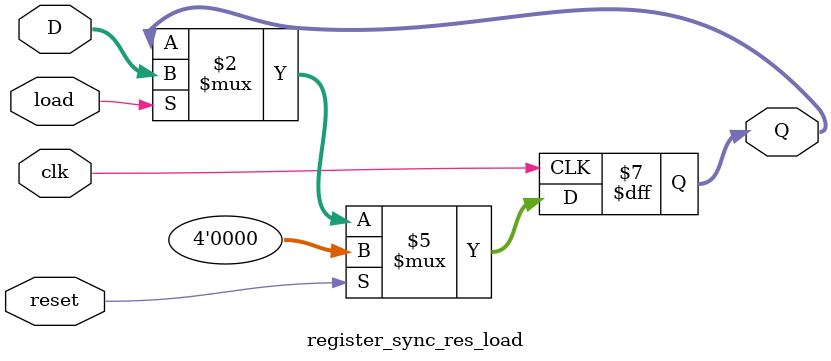
<source format=v>
`timescale 1ns / 1ps

module register_sync_res_load (
    input [3:0] D,
    input clk, load, reset,
    output reg [3:0] Q
);
    always @(posedge clk) begin
        if(reset)
            begin
                Q <= 4'b0;
            end 
        else if (load) 
            begin
                Q <= D;
            end
    end
endmodule
</source>
